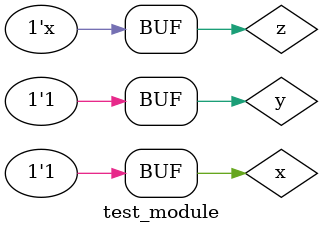
<source format=v>
module PoS (output S,
 input X, Y);
 
 //maxtermos
assign S = ( X | ~Y ) & ( ~X | ~Y );
endmodule // PoS

module SoP (output s,
 input x, y);
 // mintermos
assign s = ( ~x & ~y ) | ( X & ~Y ) ;
endmodule // SoP

// Teste

module test_module;
reg x, y, z;
wire s1, s2;


SoP SOP1 (s1, x, y);
PoS POS1 (s2, x, y);


initial begin: start
 x=1'bx; y=1'bx; z=1'bx; // indefinidos
end

initial begin: main


 $display("Test boolean expression");

 // monitoramento

 $display(" x  y =  s1 s2");
 $monitor("%2b %2b = %2b %2b", x, y, s1, s2);

 // sinalizacao
 #1 x=0; y=0;
 #1 x=0; y=1;
 #1 x=1; y=0;
 #1 x=1; y=1;
end
endmodule // test_module
</source>
